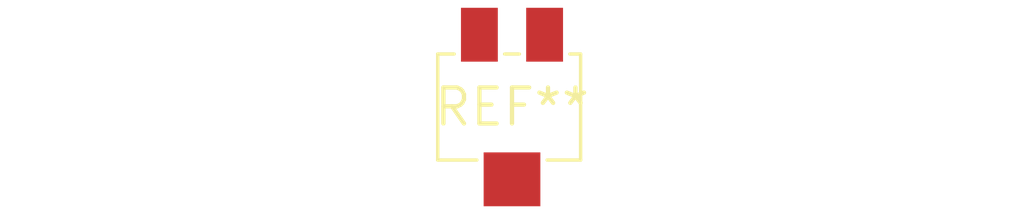
<source format=kicad_pcb>
(kicad_pcb (version 20240108) (generator pcbnew)
  (layers (0 "F.Cu" signal) (31 "B.Cu" signal) (34 "B.Paste" user) (35 "F.Paste" user) (36 "B.SilkS" user "B.Silkscreen") (37 "F.SilkS" user "F.Silkscreen") (38 "B.Mask" user) (39 "F.Mask" user) (44 "Edge.Cuts" user))
  (net 0 "")
  (footprint "Potentiometer_Bourns_3224X_Vertical" (layer "F.Cu") (at 0 0)
    (property "Reference" "REF**")
    (property "Value" "Potentiometer_Bourns_3224X_Vertical")
    (fp_line (start -2.62 -1.87) (end -2.62 1.87) (layer "F.SilkS") (stroke (width 0.12)))
    (fp_line (start -2.62 -1.87) (end -2.039 -1.87) (layer "F.SilkS") (stroke (width 0.12)))
    (fp_line (start -2.62 1.87) (end -1.24 1.87) (layer "F.SilkS") (stroke (width 0.12)))
    (fp_line (start -0.26 -1.87) (end 0.26 -1.87) (layer "F.SilkS") (stroke (width 0.12)))
    (fp_line (start 1.24 1.87) (end 2.42 1.87) (layer "F.SilkS") (stroke (width 0.12)))
    (fp_line (start 2.04 -1.87) (end 2.42 -1.87) (layer "F.SilkS") (stroke (width 0.12)))
    (fp_line (start 2.42 -1.87) (end 2.42 1.87) (layer "F.SilkS") (stroke (width 0.12)))
    (pad "1" smd rect (at 1.15 -2.55) (size 1.3 1.9) (layers "F.Cu" "F.Paste" "F.Mask"))
    (pad "2" smd rect (at 0 2.55) (size 2 1.9) (layers "F.Cu" "F.Paste" "F.Mask"))
    (pad "3" smd rect (at -1.15 -2.55) (size 1.3 1.9) (layers "F.Cu" "F.Paste" "F.Mask"))
  )
)
</source>
